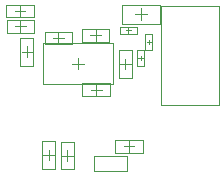
<source format=gbr>
%TF.GenerationSoftware,Altium Limited,Altium Designer,20.1.8 (145)*%
G04 Layer_Color=16711935*
%FSLAX45Y45*%
%MOMM*%
%TF.SameCoordinates,B8344769-4606-4218-AAAC-353AEC7BCCEF*%
%TF.FilePolarity,Positive*%
%TF.FileFunction,Other,Bottom_Courtyard*%
%TF.Part,Single*%
G01*
G75*
%TA.AperFunction,NonConductor*%
%ADD29C,0.10000*%
%ADD30C,0.10160*%
D29*
X627041Y1061674D02*
X727041D01*
X677041Y1011674D02*
Y1111674D01*
D30*
X1365895Y1398868D02*
Y1558869D01*
X1045895Y1398868D02*
X1365895D01*
X1045895D02*
Y1558869D01*
X1365895D01*
X1155895Y1478869D02*
X1255895D01*
X1205895Y1428869D02*
Y1528868D01*
X1171303Y1312752D02*
Y1372752D01*
X1031303Y1312752D02*
X1171303D01*
X1031303Y1372752D02*
X1171303D01*
X1081303Y1342752D02*
X1121303D01*
X1101303Y1322752D02*
Y1362752D01*
X1031303Y1312752D02*
Y1372752D01*
X1245479Y1174412D02*
X1305479D01*
X1255479Y1244412D02*
X1295479D01*
X1275479Y1224412D02*
Y1264412D01*
X1245479Y1174412D02*
Y1314412D01*
X1305479Y1174412D02*
Y1314412D01*
X1245479D02*
X1305479D01*
X1176899Y1038906D02*
X1236899D01*
X1176899D02*
Y1178906D01*
X1236899Y1038906D02*
Y1178906D01*
X1206899Y1088906D02*
Y1128906D01*
X1186899Y1108906D02*
X1226899D01*
X1176899Y1178906D02*
X1236899D01*
X197672Y1161733D02*
X287672D01*
X242672Y1116733D02*
Y1206733D01*
X187672Y1044233D02*
Y1279233D01*
X297672Y1044233D02*
Y1279233D01*
X187672D02*
X297672D01*
X187672Y1044233D02*
X297672D01*
X529923Y165096D02*
X639923D01*
X529923Y400096D02*
X639923D01*
Y165096D02*
Y400096D01*
X529923Y165096D02*
Y400096D01*
X584923Y237596D02*
Y327596D01*
X539922Y282596D02*
X629923D01*
X990001Y412596D02*
X1224999D01*
X990001Y307596D02*
X1224999D01*
Y412596D01*
X990001Y307596D02*
Y412596D01*
X1062500Y360096D02*
X1152501D01*
X1107500Y315096D02*
Y405096D01*
X479542Y169153D02*
Y404152D01*
X374541Y169153D02*
Y404152D01*
Y169153D02*
X479542D01*
X374541Y404152D02*
X479542D01*
X427041Y241653D02*
Y331653D01*
X382041Y286652D02*
X472041D01*
X392423Y1332056D02*
X627422D01*
X392423Y1227055D02*
X627422D01*
Y1332056D01*
X392423Y1227055D02*
Y1332056D01*
X464922Y1279556D02*
X554923D01*
X509923Y1234556D02*
Y1324556D01*
X65493Y1560240D02*
X300492D01*
X65493Y1455239D02*
X300492D01*
Y1560240D01*
X65493Y1455239D02*
Y1560240D01*
X137992Y1507740D02*
X227992D01*
X182992Y1462740D02*
Y1552740D01*
X305532Y1322200D02*
Y1432200D01*
X70532Y1322200D02*
Y1432200D01*
X305532D01*
X70532Y1322200D02*
X305532D01*
X143032Y1377199D02*
X233032D01*
X188032Y1332199D02*
Y1422200D01*
X379541Y886674D02*
X379542Y1236674D01*
X974541D02*
X974541Y886674D01*
X379541D02*
X974541D01*
X379542Y1236674D02*
X974541D01*
X812500Y150372D02*
X1087500D01*
X812500Y275372D02*
X1087500D01*
X812500Y150372D02*
Y275372D01*
X1087500Y150372D02*
Y275372D01*
X1381274Y1552022D02*
X1866274D01*
Y712022D02*
Y1552022D01*
X1381274Y712022D02*
X1866274D01*
X1381274D02*
Y1552022D01*
X830791Y795325D02*
Y885325D01*
X785791Y840325D02*
X875791D01*
X713291Y895325D02*
X948291D01*
X713291Y785325D02*
X948291D01*
Y895325D01*
X713291Y785325D02*
Y895325D01*
X823693Y1255059D02*
Y1345060D01*
X778693Y1300060D02*
X868693D01*
X706193Y1245060D02*
X941193D01*
X706193Y1355060D02*
X941193D01*
X706193Y1245060D02*
Y1355060D01*
X941193Y1245060D02*
Y1355060D01*
X1031825Y1059107D02*
X1121825D01*
X1076825Y1014107D02*
Y1104107D01*
X1024325Y1176606D02*
X1129325D01*
X1024325Y941607D02*
X1129325D01*
X1024325D02*
Y1176606D01*
X1129325Y941607D02*
Y1176606D01*
%TF.MD5,ac26b0b32e92c2f217a8de92d6325cde*%
M02*

</source>
